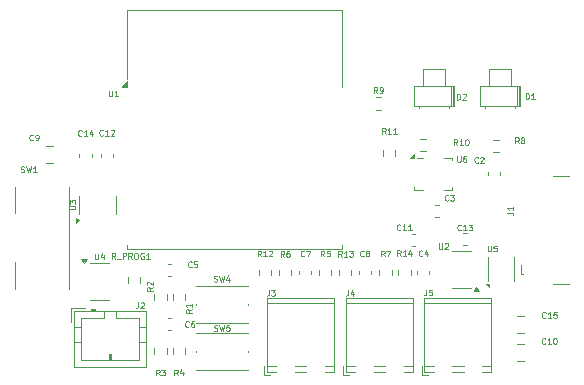
<source format=gbr>
%TF.GenerationSoftware,KiCad,Pcbnew,8.0.9-8.0.9-0~ubuntu22.04.1*%
%TF.CreationDate,2025-07-15T10:59:46-04:00*%
%TF.ProjectId,schematics,73636865-6d61-4746-9963-732e6b696361,rev?*%
%TF.SameCoordinates,Original*%
%TF.FileFunction,Legend,Top*%
%TF.FilePolarity,Positive*%
%FSLAX46Y46*%
G04 Gerber Fmt 4.6, Leading zero omitted, Abs format (unit mm)*
G04 Created by KiCad (PCBNEW 8.0.9-8.0.9-0~ubuntu22.04.1) date 2025-07-15 10:59:46*
%MOMM*%
%LPD*%
G01*
G04 APERTURE LIST*
%ADD10C,0.050000*%
%ADD11C,0.120000*%
%ADD12C,0.100000*%
G04 APERTURE END LIST*
D10*
X168116666Y-84581090D02*
X168092857Y-84604900D01*
X168092857Y-84604900D02*
X168021428Y-84628709D01*
X168021428Y-84628709D02*
X167973809Y-84628709D01*
X167973809Y-84628709D02*
X167902381Y-84604900D01*
X167902381Y-84604900D02*
X167854762Y-84557280D01*
X167854762Y-84557280D02*
X167830952Y-84509661D01*
X167830952Y-84509661D02*
X167807143Y-84414423D01*
X167807143Y-84414423D02*
X167807143Y-84342995D01*
X167807143Y-84342995D02*
X167830952Y-84247757D01*
X167830952Y-84247757D02*
X167854762Y-84200138D01*
X167854762Y-84200138D02*
X167902381Y-84152519D01*
X167902381Y-84152519D02*
X167973809Y-84128709D01*
X167973809Y-84128709D02*
X168021428Y-84128709D01*
X168021428Y-84128709D02*
X168092857Y-84152519D01*
X168092857Y-84152519D02*
X168116666Y-84176328D01*
X168283333Y-84128709D02*
X168592857Y-84128709D01*
X168592857Y-84128709D02*
X168426190Y-84319185D01*
X168426190Y-84319185D02*
X168497619Y-84319185D01*
X168497619Y-84319185D02*
X168545238Y-84342995D01*
X168545238Y-84342995D02*
X168569047Y-84366804D01*
X168569047Y-84366804D02*
X168592857Y-84414423D01*
X168592857Y-84414423D02*
X168592857Y-84533471D01*
X168592857Y-84533471D02*
X168569047Y-84581090D01*
X168569047Y-84581090D02*
X168545238Y-84604900D01*
X168545238Y-84604900D02*
X168497619Y-84628709D01*
X168497619Y-84628709D02*
X168354762Y-84628709D01*
X168354762Y-84628709D02*
X168307143Y-84604900D01*
X168307143Y-84604900D02*
X168283333Y-84581090D01*
X146378709Y-93833333D02*
X146140614Y-93999999D01*
X146378709Y-94119047D02*
X145878709Y-94119047D01*
X145878709Y-94119047D02*
X145878709Y-93928571D01*
X145878709Y-93928571D02*
X145902519Y-93880952D01*
X145902519Y-93880952D02*
X145926328Y-93857142D01*
X145926328Y-93857142D02*
X145973947Y-93833333D01*
X145973947Y-93833333D02*
X146045376Y-93833333D01*
X146045376Y-93833333D02*
X146092995Y-93857142D01*
X146092995Y-93857142D02*
X146116804Y-93880952D01*
X146116804Y-93880952D02*
X146140614Y-93928571D01*
X146140614Y-93928571D02*
X146140614Y-94119047D01*
X146378709Y-93357142D02*
X146378709Y-93642856D01*
X146378709Y-93499999D02*
X145878709Y-93499999D01*
X145878709Y-93499999D02*
X145950138Y-93547618D01*
X145950138Y-93547618D02*
X145997757Y-93595237D01*
X145997757Y-93595237D02*
X146021566Y-93642856D01*
X159103571Y-89378709D02*
X158936905Y-89140614D01*
X158817857Y-89378709D02*
X158817857Y-88878709D01*
X158817857Y-88878709D02*
X159008333Y-88878709D01*
X159008333Y-88878709D02*
X159055952Y-88902519D01*
X159055952Y-88902519D02*
X159079762Y-88926328D01*
X159079762Y-88926328D02*
X159103571Y-88973947D01*
X159103571Y-88973947D02*
X159103571Y-89045376D01*
X159103571Y-89045376D02*
X159079762Y-89092995D01*
X159079762Y-89092995D02*
X159055952Y-89116804D01*
X159055952Y-89116804D02*
X159008333Y-89140614D01*
X159008333Y-89140614D02*
X158817857Y-89140614D01*
X159579762Y-89378709D02*
X159294048Y-89378709D01*
X159436905Y-89378709D02*
X159436905Y-88878709D01*
X159436905Y-88878709D02*
X159389286Y-88950138D01*
X159389286Y-88950138D02*
X159341667Y-88997757D01*
X159341667Y-88997757D02*
X159294048Y-89021566D01*
X159746428Y-88878709D02*
X160055952Y-88878709D01*
X160055952Y-88878709D02*
X159889285Y-89069185D01*
X159889285Y-89069185D02*
X159960714Y-89069185D01*
X159960714Y-89069185D02*
X160008333Y-89092995D01*
X160008333Y-89092995D02*
X160032142Y-89116804D01*
X160032142Y-89116804D02*
X160055952Y-89164423D01*
X160055952Y-89164423D02*
X160055952Y-89283471D01*
X160055952Y-89283471D02*
X160032142Y-89331090D01*
X160032142Y-89331090D02*
X160008333Y-89354900D01*
X160008333Y-89354900D02*
X159960714Y-89378709D01*
X159960714Y-89378709D02*
X159817857Y-89378709D01*
X159817857Y-89378709D02*
X159770238Y-89354900D01*
X159770238Y-89354900D02*
X159746428Y-89331090D01*
X152933333Y-92178709D02*
X152933333Y-92535852D01*
X152933333Y-92535852D02*
X152909524Y-92607280D01*
X152909524Y-92607280D02*
X152861905Y-92654900D01*
X152861905Y-92654900D02*
X152790476Y-92678709D01*
X152790476Y-92678709D02*
X152742857Y-92678709D01*
X153123809Y-92178709D02*
X153433333Y-92178709D01*
X153433333Y-92178709D02*
X153266666Y-92369185D01*
X153266666Y-92369185D02*
X153338095Y-92369185D01*
X153338095Y-92369185D02*
X153385714Y-92392995D01*
X153385714Y-92392995D02*
X153409523Y-92416804D01*
X153409523Y-92416804D02*
X153433333Y-92464423D01*
X153433333Y-92464423D02*
X153433333Y-92583471D01*
X153433333Y-92583471D02*
X153409523Y-92631090D01*
X153409523Y-92631090D02*
X153385714Y-92654900D01*
X153385714Y-92654900D02*
X153338095Y-92678709D01*
X153338095Y-92678709D02*
X153195238Y-92678709D01*
X153195238Y-92678709D02*
X153147619Y-92654900D01*
X153147619Y-92654900D02*
X153123809Y-92631090D01*
X164053571Y-87081090D02*
X164029762Y-87104900D01*
X164029762Y-87104900D02*
X163958333Y-87128709D01*
X163958333Y-87128709D02*
X163910714Y-87128709D01*
X163910714Y-87128709D02*
X163839286Y-87104900D01*
X163839286Y-87104900D02*
X163791667Y-87057280D01*
X163791667Y-87057280D02*
X163767857Y-87009661D01*
X163767857Y-87009661D02*
X163744048Y-86914423D01*
X163744048Y-86914423D02*
X163744048Y-86842995D01*
X163744048Y-86842995D02*
X163767857Y-86747757D01*
X163767857Y-86747757D02*
X163791667Y-86700138D01*
X163791667Y-86700138D02*
X163839286Y-86652519D01*
X163839286Y-86652519D02*
X163910714Y-86628709D01*
X163910714Y-86628709D02*
X163958333Y-86628709D01*
X163958333Y-86628709D02*
X164029762Y-86652519D01*
X164029762Y-86652519D02*
X164053571Y-86676328D01*
X164529762Y-87128709D02*
X164244048Y-87128709D01*
X164386905Y-87128709D02*
X164386905Y-86628709D01*
X164386905Y-86628709D02*
X164339286Y-86700138D01*
X164339286Y-86700138D02*
X164291667Y-86747757D01*
X164291667Y-86747757D02*
X164244048Y-86771566D01*
X165005952Y-87128709D02*
X164720238Y-87128709D01*
X164863095Y-87128709D02*
X164863095Y-86628709D01*
X164863095Y-86628709D02*
X164815476Y-86700138D01*
X164815476Y-86700138D02*
X164767857Y-86747757D01*
X164767857Y-86747757D02*
X164720238Y-86771566D01*
X152278571Y-89353709D02*
X152111905Y-89115614D01*
X151992857Y-89353709D02*
X151992857Y-88853709D01*
X151992857Y-88853709D02*
X152183333Y-88853709D01*
X152183333Y-88853709D02*
X152230952Y-88877519D01*
X152230952Y-88877519D02*
X152254762Y-88901328D01*
X152254762Y-88901328D02*
X152278571Y-88948947D01*
X152278571Y-88948947D02*
X152278571Y-89020376D01*
X152278571Y-89020376D02*
X152254762Y-89067995D01*
X152254762Y-89067995D02*
X152230952Y-89091804D01*
X152230952Y-89091804D02*
X152183333Y-89115614D01*
X152183333Y-89115614D02*
X151992857Y-89115614D01*
X152754762Y-89353709D02*
X152469048Y-89353709D01*
X152611905Y-89353709D02*
X152611905Y-88853709D01*
X152611905Y-88853709D02*
X152564286Y-88925138D01*
X152564286Y-88925138D02*
X152516667Y-88972757D01*
X152516667Y-88972757D02*
X152469048Y-88996566D01*
X152945238Y-88901328D02*
X152969047Y-88877519D01*
X152969047Y-88877519D02*
X153016666Y-88853709D01*
X153016666Y-88853709D02*
X153135714Y-88853709D01*
X153135714Y-88853709D02*
X153183333Y-88877519D01*
X153183333Y-88877519D02*
X153207142Y-88901328D01*
X153207142Y-88901328D02*
X153230952Y-88948947D01*
X153230952Y-88948947D02*
X153230952Y-88996566D01*
X153230952Y-88996566D02*
X153207142Y-89067995D01*
X153207142Y-89067995D02*
X152921428Y-89353709D01*
X152921428Y-89353709D02*
X153230952Y-89353709D01*
X176328571Y-96706090D02*
X176304762Y-96729900D01*
X176304762Y-96729900D02*
X176233333Y-96753709D01*
X176233333Y-96753709D02*
X176185714Y-96753709D01*
X176185714Y-96753709D02*
X176114286Y-96729900D01*
X176114286Y-96729900D02*
X176066667Y-96682280D01*
X176066667Y-96682280D02*
X176042857Y-96634661D01*
X176042857Y-96634661D02*
X176019048Y-96539423D01*
X176019048Y-96539423D02*
X176019048Y-96467995D01*
X176019048Y-96467995D02*
X176042857Y-96372757D01*
X176042857Y-96372757D02*
X176066667Y-96325138D01*
X176066667Y-96325138D02*
X176114286Y-96277519D01*
X176114286Y-96277519D02*
X176185714Y-96253709D01*
X176185714Y-96253709D02*
X176233333Y-96253709D01*
X176233333Y-96253709D02*
X176304762Y-96277519D01*
X176304762Y-96277519D02*
X176328571Y-96301328D01*
X176804762Y-96753709D02*
X176519048Y-96753709D01*
X176661905Y-96753709D02*
X176661905Y-96253709D01*
X176661905Y-96253709D02*
X176614286Y-96325138D01*
X176614286Y-96325138D02*
X176566667Y-96372757D01*
X176566667Y-96372757D02*
X176519048Y-96396566D01*
X177114285Y-96253709D02*
X177161904Y-96253709D01*
X177161904Y-96253709D02*
X177209523Y-96277519D01*
X177209523Y-96277519D02*
X177233333Y-96301328D01*
X177233333Y-96301328D02*
X177257142Y-96348947D01*
X177257142Y-96348947D02*
X177280952Y-96444185D01*
X177280952Y-96444185D02*
X177280952Y-96563233D01*
X177280952Y-96563233D02*
X177257142Y-96658471D01*
X177257142Y-96658471D02*
X177233333Y-96706090D01*
X177233333Y-96706090D02*
X177209523Y-96729900D01*
X177209523Y-96729900D02*
X177161904Y-96753709D01*
X177161904Y-96753709D02*
X177114285Y-96753709D01*
X177114285Y-96753709D02*
X177066666Y-96729900D01*
X177066666Y-96729900D02*
X177042857Y-96706090D01*
X177042857Y-96706090D02*
X177019047Y-96658471D01*
X177019047Y-96658471D02*
X176995238Y-96563233D01*
X176995238Y-96563233D02*
X176995238Y-96444185D01*
X176995238Y-96444185D02*
X177019047Y-96348947D01*
X177019047Y-96348947D02*
X177042857Y-96301328D01*
X177042857Y-96301328D02*
X177066666Y-96277519D01*
X177066666Y-96277519D02*
X177114285Y-96253709D01*
X168878571Y-79928709D02*
X168711905Y-79690614D01*
X168592857Y-79928709D02*
X168592857Y-79428709D01*
X168592857Y-79428709D02*
X168783333Y-79428709D01*
X168783333Y-79428709D02*
X168830952Y-79452519D01*
X168830952Y-79452519D02*
X168854762Y-79476328D01*
X168854762Y-79476328D02*
X168878571Y-79523947D01*
X168878571Y-79523947D02*
X168878571Y-79595376D01*
X168878571Y-79595376D02*
X168854762Y-79642995D01*
X168854762Y-79642995D02*
X168830952Y-79666804D01*
X168830952Y-79666804D02*
X168783333Y-79690614D01*
X168783333Y-79690614D02*
X168592857Y-79690614D01*
X169354762Y-79928709D02*
X169069048Y-79928709D01*
X169211905Y-79928709D02*
X169211905Y-79428709D01*
X169211905Y-79428709D02*
X169164286Y-79500138D01*
X169164286Y-79500138D02*
X169116667Y-79547757D01*
X169116667Y-79547757D02*
X169069048Y-79571566D01*
X169664285Y-79428709D02*
X169711904Y-79428709D01*
X169711904Y-79428709D02*
X169759523Y-79452519D01*
X169759523Y-79452519D02*
X169783333Y-79476328D01*
X169783333Y-79476328D02*
X169807142Y-79523947D01*
X169807142Y-79523947D02*
X169830952Y-79619185D01*
X169830952Y-79619185D02*
X169830952Y-79738233D01*
X169830952Y-79738233D02*
X169807142Y-79833471D01*
X169807142Y-79833471D02*
X169783333Y-79881090D01*
X169783333Y-79881090D02*
X169759523Y-79904900D01*
X169759523Y-79904900D02*
X169711904Y-79928709D01*
X169711904Y-79928709D02*
X169664285Y-79928709D01*
X169664285Y-79928709D02*
X169616666Y-79904900D01*
X169616666Y-79904900D02*
X169592857Y-79881090D01*
X169592857Y-79881090D02*
X169569047Y-79833471D01*
X169569047Y-79833471D02*
X169545238Y-79738233D01*
X169545238Y-79738233D02*
X169545238Y-79619185D01*
X169545238Y-79619185D02*
X169569047Y-79523947D01*
X169569047Y-79523947D02*
X169592857Y-79476328D01*
X169592857Y-79476328D02*
X169616666Y-79452519D01*
X169616666Y-79452519D02*
X169664285Y-79428709D01*
X148283334Y-95629900D02*
X148354762Y-95653709D01*
X148354762Y-95653709D02*
X148473810Y-95653709D01*
X148473810Y-95653709D02*
X148521429Y-95629900D01*
X148521429Y-95629900D02*
X148545238Y-95606090D01*
X148545238Y-95606090D02*
X148569048Y-95558471D01*
X148569048Y-95558471D02*
X148569048Y-95510852D01*
X148569048Y-95510852D02*
X148545238Y-95463233D01*
X148545238Y-95463233D02*
X148521429Y-95439423D01*
X148521429Y-95439423D02*
X148473810Y-95415614D01*
X148473810Y-95415614D02*
X148378572Y-95391804D01*
X148378572Y-95391804D02*
X148330953Y-95367995D01*
X148330953Y-95367995D02*
X148307143Y-95344185D01*
X148307143Y-95344185D02*
X148283334Y-95296566D01*
X148283334Y-95296566D02*
X148283334Y-95248947D01*
X148283334Y-95248947D02*
X148307143Y-95201328D01*
X148307143Y-95201328D02*
X148330953Y-95177519D01*
X148330953Y-95177519D02*
X148378572Y-95153709D01*
X148378572Y-95153709D02*
X148497619Y-95153709D01*
X148497619Y-95153709D02*
X148569048Y-95177519D01*
X148735714Y-95153709D02*
X148854762Y-95653709D01*
X148854762Y-95653709D02*
X148950000Y-95296566D01*
X148950000Y-95296566D02*
X149045238Y-95653709D01*
X149045238Y-95653709D02*
X149164286Y-95153709D01*
X149592857Y-95153709D02*
X149354762Y-95153709D01*
X149354762Y-95153709D02*
X149330953Y-95391804D01*
X149330953Y-95391804D02*
X149354762Y-95367995D01*
X149354762Y-95367995D02*
X149402381Y-95344185D01*
X149402381Y-95344185D02*
X149521429Y-95344185D01*
X149521429Y-95344185D02*
X149569048Y-95367995D01*
X149569048Y-95367995D02*
X149592857Y-95391804D01*
X149592857Y-95391804D02*
X149616667Y-95439423D01*
X149616667Y-95439423D02*
X149616667Y-95558471D01*
X149616667Y-95558471D02*
X149592857Y-95606090D01*
X149592857Y-95606090D02*
X149569048Y-95629900D01*
X149569048Y-95629900D02*
X149521429Y-95653709D01*
X149521429Y-95653709D02*
X149402381Y-95653709D01*
X149402381Y-95653709D02*
X149354762Y-95629900D01*
X149354762Y-95629900D02*
X149330953Y-95606090D01*
X165916666Y-89281090D02*
X165892857Y-89304900D01*
X165892857Y-89304900D02*
X165821428Y-89328709D01*
X165821428Y-89328709D02*
X165773809Y-89328709D01*
X165773809Y-89328709D02*
X165702381Y-89304900D01*
X165702381Y-89304900D02*
X165654762Y-89257280D01*
X165654762Y-89257280D02*
X165630952Y-89209661D01*
X165630952Y-89209661D02*
X165607143Y-89114423D01*
X165607143Y-89114423D02*
X165607143Y-89042995D01*
X165607143Y-89042995D02*
X165630952Y-88947757D01*
X165630952Y-88947757D02*
X165654762Y-88900138D01*
X165654762Y-88900138D02*
X165702381Y-88852519D01*
X165702381Y-88852519D02*
X165773809Y-88828709D01*
X165773809Y-88828709D02*
X165821428Y-88828709D01*
X165821428Y-88828709D02*
X165892857Y-88852519D01*
X165892857Y-88852519D02*
X165916666Y-88876328D01*
X166345238Y-88995376D02*
X166345238Y-89328709D01*
X166226190Y-88804900D02*
X166107143Y-89162042D01*
X166107143Y-89162042D02*
X166416666Y-89162042D01*
X138878571Y-79081090D02*
X138854762Y-79104900D01*
X138854762Y-79104900D02*
X138783333Y-79128709D01*
X138783333Y-79128709D02*
X138735714Y-79128709D01*
X138735714Y-79128709D02*
X138664286Y-79104900D01*
X138664286Y-79104900D02*
X138616667Y-79057280D01*
X138616667Y-79057280D02*
X138592857Y-79009661D01*
X138592857Y-79009661D02*
X138569048Y-78914423D01*
X138569048Y-78914423D02*
X138569048Y-78842995D01*
X138569048Y-78842995D02*
X138592857Y-78747757D01*
X138592857Y-78747757D02*
X138616667Y-78700138D01*
X138616667Y-78700138D02*
X138664286Y-78652519D01*
X138664286Y-78652519D02*
X138735714Y-78628709D01*
X138735714Y-78628709D02*
X138783333Y-78628709D01*
X138783333Y-78628709D02*
X138854762Y-78652519D01*
X138854762Y-78652519D02*
X138878571Y-78676328D01*
X139354762Y-79128709D02*
X139069048Y-79128709D01*
X139211905Y-79128709D02*
X139211905Y-78628709D01*
X139211905Y-78628709D02*
X139164286Y-78700138D01*
X139164286Y-78700138D02*
X139116667Y-78747757D01*
X139116667Y-78747757D02*
X139069048Y-78771566D01*
X139545238Y-78676328D02*
X139569047Y-78652519D01*
X139569047Y-78652519D02*
X139616666Y-78628709D01*
X139616666Y-78628709D02*
X139735714Y-78628709D01*
X139735714Y-78628709D02*
X139783333Y-78652519D01*
X139783333Y-78652519D02*
X139807142Y-78676328D01*
X139807142Y-78676328D02*
X139830952Y-78723947D01*
X139830952Y-78723947D02*
X139830952Y-78771566D01*
X139830952Y-78771566D02*
X139807142Y-78842995D01*
X139807142Y-78842995D02*
X139521428Y-79128709D01*
X139521428Y-79128709D02*
X139830952Y-79128709D01*
X174091666Y-79778709D02*
X173925000Y-79540614D01*
X173805952Y-79778709D02*
X173805952Y-79278709D01*
X173805952Y-79278709D02*
X173996428Y-79278709D01*
X173996428Y-79278709D02*
X174044047Y-79302519D01*
X174044047Y-79302519D02*
X174067857Y-79326328D01*
X174067857Y-79326328D02*
X174091666Y-79373947D01*
X174091666Y-79373947D02*
X174091666Y-79445376D01*
X174091666Y-79445376D02*
X174067857Y-79492995D01*
X174067857Y-79492995D02*
X174044047Y-79516804D01*
X174044047Y-79516804D02*
X173996428Y-79540614D01*
X173996428Y-79540614D02*
X173805952Y-79540614D01*
X174377381Y-79492995D02*
X174329762Y-79469185D01*
X174329762Y-79469185D02*
X174305952Y-79445376D01*
X174305952Y-79445376D02*
X174282143Y-79397757D01*
X174282143Y-79397757D02*
X174282143Y-79373947D01*
X174282143Y-79373947D02*
X174305952Y-79326328D01*
X174305952Y-79326328D02*
X174329762Y-79302519D01*
X174329762Y-79302519D02*
X174377381Y-79278709D01*
X174377381Y-79278709D02*
X174472619Y-79278709D01*
X174472619Y-79278709D02*
X174520238Y-79302519D01*
X174520238Y-79302519D02*
X174544047Y-79326328D01*
X174544047Y-79326328D02*
X174567857Y-79373947D01*
X174567857Y-79373947D02*
X174567857Y-79397757D01*
X174567857Y-79397757D02*
X174544047Y-79445376D01*
X174544047Y-79445376D02*
X174520238Y-79469185D01*
X174520238Y-79469185D02*
X174472619Y-79492995D01*
X174472619Y-79492995D02*
X174377381Y-79492995D01*
X174377381Y-79492995D02*
X174329762Y-79516804D01*
X174329762Y-79516804D02*
X174305952Y-79540614D01*
X174305952Y-79540614D02*
X174282143Y-79588233D01*
X174282143Y-79588233D02*
X174282143Y-79683471D01*
X174282143Y-79683471D02*
X174305952Y-79731090D01*
X174305952Y-79731090D02*
X174329762Y-79754900D01*
X174329762Y-79754900D02*
X174377381Y-79778709D01*
X174377381Y-79778709D02*
X174472619Y-79778709D01*
X174472619Y-79778709D02*
X174520238Y-79754900D01*
X174520238Y-79754900D02*
X174544047Y-79731090D01*
X174544047Y-79731090D02*
X174567857Y-79683471D01*
X174567857Y-79683471D02*
X174567857Y-79588233D01*
X174567857Y-79588233D02*
X174544047Y-79540614D01*
X174544047Y-79540614D02*
X174520238Y-79516804D01*
X174520238Y-79516804D02*
X174472619Y-79492995D01*
X173128709Y-85641666D02*
X173485852Y-85641666D01*
X173485852Y-85641666D02*
X173557280Y-85665475D01*
X173557280Y-85665475D02*
X173604900Y-85713094D01*
X173604900Y-85713094D02*
X173628709Y-85784523D01*
X173628709Y-85784523D02*
X173628709Y-85832142D01*
X173628709Y-85141666D02*
X173628709Y-85427380D01*
X173628709Y-85284523D02*
X173128709Y-85284523D01*
X173128709Y-85284523D02*
X173200138Y-85332142D01*
X173200138Y-85332142D02*
X173247757Y-85379761D01*
X173247757Y-85379761D02*
X173271566Y-85427380D01*
X154216666Y-89378709D02*
X154050000Y-89140614D01*
X153930952Y-89378709D02*
X153930952Y-88878709D01*
X153930952Y-88878709D02*
X154121428Y-88878709D01*
X154121428Y-88878709D02*
X154169047Y-88902519D01*
X154169047Y-88902519D02*
X154192857Y-88926328D01*
X154192857Y-88926328D02*
X154216666Y-88973947D01*
X154216666Y-88973947D02*
X154216666Y-89045376D01*
X154216666Y-89045376D02*
X154192857Y-89092995D01*
X154192857Y-89092995D02*
X154169047Y-89116804D01*
X154169047Y-89116804D02*
X154121428Y-89140614D01*
X154121428Y-89140614D02*
X153930952Y-89140614D01*
X154645238Y-88878709D02*
X154550000Y-88878709D01*
X154550000Y-88878709D02*
X154502381Y-88902519D01*
X154502381Y-88902519D02*
X154478571Y-88926328D01*
X154478571Y-88926328D02*
X154430952Y-88997757D01*
X154430952Y-88997757D02*
X154407143Y-89092995D01*
X154407143Y-89092995D02*
X154407143Y-89283471D01*
X154407143Y-89283471D02*
X154430952Y-89331090D01*
X154430952Y-89331090D02*
X154454762Y-89354900D01*
X154454762Y-89354900D02*
X154502381Y-89378709D01*
X154502381Y-89378709D02*
X154597619Y-89378709D01*
X154597619Y-89378709D02*
X154645238Y-89354900D01*
X154645238Y-89354900D02*
X154669047Y-89331090D01*
X154669047Y-89331090D02*
X154692857Y-89283471D01*
X154692857Y-89283471D02*
X154692857Y-89164423D01*
X154692857Y-89164423D02*
X154669047Y-89116804D01*
X154669047Y-89116804D02*
X154645238Y-89092995D01*
X154645238Y-89092995D02*
X154597619Y-89069185D01*
X154597619Y-89069185D02*
X154502381Y-89069185D01*
X154502381Y-89069185D02*
X154454762Y-89092995D01*
X154454762Y-89092995D02*
X154430952Y-89116804D01*
X154430952Y-89116804D02*
X154407143Y-89164423D01*
X171444047Y-88428709D02*
X171444047Y-88833471D01*
X171444047Y-88833471D02*
X171467857Y-88881090D01*
X171467857Y-88881090D02*
X171491666Y-88904900D01*
X171491666Y-88904900D02*
X171539285Y-88928709D01*
X171539285Y-88928709D02*
X171634523Y-88928709D01*
X171634523Y-88928709D02*
X171682142Y-88904900D01*
X171682142Y-88904900D02*
X171705952Y-88881090D01*
X171705952Y-88881090D02*
X171729761Y-88833471D01*
X171729761Y-88833471D02*
X171729761Y-88428709D01*
X172205952Y-88428709D02*
X171967857Y-88428709D01*
X171967857Y-88428709D02*
X171944048Y-88666804D01*
X171944048Y-88666804D02*
X171967857Y-88642995D01*
X171967857Y-88642995D02*
X172015476Y-88619185D01*
X172015476Y-88619185D02*
X172134524Y-88619185D01*
X172134524Y-88619185D02*
X172182143Y-88642995D01*
X172182143Y-88642995D02*
X172205952Y-88666804D01*
X172205952Y-88666804D02*
X172229762Y-88714423D01*
X172229762Y-88714423D02*
X172229762Y-88833471D01*
X172229762Y-88833471D02*
X172205952Y-88881090D01*
X172205952Y-88881090D02*
X172182143Y-88904900D01*
X172182143Y-88904900D02*
X172134524Y-88928709D01*
X172134524Y-88928709D02*
X172015476Y-88928709D01*
X172015476Y-88928709D02*
X171967857Y-88904900D01*
X171967857Y-88904900D02*
X171944048Y-88881090D01*
X162803571Y-78978709D02*
X162636905Y-78740614D01*
X162517857Y-78978709D02*
X162517857Y-78478709D01*
X162517857Y-78478709D02*
X162708333Y-78478709D01*
X162708333Y-78478709D02*
X162755952Y-78502519D01*
X162755952Y-78502519D02*
X162779762Y-78526328D01*
X162779762Y-78526328D02*
X162803571Y-78573947D01*
X162803571Y-78573947D02*
X162803571Y-78645376D01*
X162803571Y-78645376D02*
X162779762Y-78692995D01*
X162779762Y-78692995D02*
X162755952Y-78716804D01*
X162755952Y-78716804D02*
X162708333Y-78740614D01*
X162708333Y-78740614D02*
X162517857Y-78740614D01*
X163279762Y-78978709D02*
X162994048Y-78978709D01*
X163136905Y-78978709D02*
X163136905Y-78478709D01*
X163136905Y-78478709D02*
X163089286Y-78550138D01*
X163089286Y-78550138D02*
X163041667Y-78597757D01*
X163041667Y-78597757D02*
X162994048Y-78621566D01*
X163755952Y-78978709D02*
X163470238Y-78978709D01*
X163613095Y-78978709D02*
X163613095Y-78478709D01*
X163613095Y-78478709D02*
X163565476Y-78550138D01*
X163565476Y-78550138D02*
X163517857Y-78597757D01*
X163517857Y-78597757D02*
X163470238Y-78621566D01*
X136053709Y-85368452D02*
X136458471Y-85368452D01*
X136458471Y-85368452D02*
X136506090Y-85344642D01*
X136506090Y-85344642D02*
X136529900Y-85320833D01*
X136529900Y-85320833D02*
X136553709Y-85273214D01*
X136553709Y-85273214D02*
X136553709Y-85177976D01*
X136553709Y-85177976D02*
X136529900Y-85130357D01*
X136529900Y-85130357D02*
X136506090Y-85106547D01*
X136506090Y-85106547D02*
X136458471Y-85082738D01*
X136458471Y-85082738D02*
X136053709Y-85082738D01*
X136053709Y-84892261D02*
X136053709Y-84582737D01*
X136053709Y-84582737D02*
X136244185Y-84749404D01*
X136244185Y-84749404D02*
X136244185Y-84677975D01*
X136244185Y-84677975D02*
X136267995Y-84630356D01*
X136267995Y-84630356D02*
X136291804Y-84606547D01*
X136291804Y-84606547D02*
X136339423Y-84582737D01*
X136339423Y-84582737D02*
X136458471Y-84582737D01*
X136458471Y-84582737D02*
X136506090Y-84606547D01*
X136506090Y-84606547D02*
X136529900Y-84630356D01*
X136529900Y-84630356D02*
X136553709Y-84677975D01*
X136553709Y-84677975D02*
X136553709Y-84820832D01*
X136553709Y-84820832D02*
X136529900Y-84868451D01*
X136529900Y-84868451D02*
X136506090Y-84892261D01*
X169203571Y-87106090D02*
X169179762Y-87129900D01*
X169179762Y-87129900D02*
X169108333Y-87153709D01*
X169108333Y-87153709D02*
X169060714Y-87153709D01*
X169060714Y-87153709D02*
X168989286Y-87129900D01*
X168989286Y-87129900D02*
X168941667Y-87082280D01*
X168941667Y-87082280D02*
X168917857Y-87034661D01*
X168917857Y-87034661D02*
X168894048Y-86939423D01*
X168894048Y-86939423D02*
X168894048Y-86867995D01*
X168894048Y-86867995D02*
X168917857Y-86772757D01*
X168917857Y-86772757D02*
X168941667Y-86725138D01*
X168941667Y-86725138D02*
X168989286Y-86677519D01*
X168989286Y-86677519D02*
X169060714Y-86653709D01*
X169060714Y-86653709D02*
X169108333Y-86653709D01*
X169108333Y-86653709D02*
X169179762Y-86677519D01*
X169179762Y-86677519D02*
X169203571Y-86701328D01*
X169679762Y-87153709D02*
X169394048Y-87153709D01*
X169536905Y-87153709D02*
X169536905Y-86653709D01*
X169536905Y-86653709D02*
X169489286Y-86725138D01*
X169489286Y-86725138D02*
X169441667Y-86772757D01*
X169441667Y-86772757D02*
X169394048Y-86796566D01*
X169846428Y-86653709D02*
X170155952Y-86653709D01*
X170155952Y-86653709D02*
X169989285Y-86844185D01*
X169989285Y-86844185D02*
X170060714Y-86844185D01*
X170060714Y-86844185D02*
X170108333Y-86867995D01*
X170108333Y-86867995D02*
X170132142Y-86891804D01*
X170132142Y-86891804D02*
X170155952Y-86939423D01*
X170155952Y-86939423D02*
X170155952Y-87058471D01*
X170155952Y-87058471D02*
X170132142Y-87106090D01*
X170132142Y-87106090D02*
X170108333Y-87129900D01*
X170108333Y-87129900D02*
X170060714Y-87153709D01*
X170060714Y-87153709D02*
X169917857Y-87153709D01*
X169917857Y-87153709D02*
X169870238Y-87129900D01*
X169870238Y-87129900D02*
X169846428Y-87106090D01*
X166258333Y-92153709D02*
X166258333Y-92510852D01*
X166258333Y-92510852D02*
X166234524Y-92582280D01*
X166234524Y-92582280D02*
X166186905Y-92629900D01*
X166186905Y-92629900D02*
X166115476Y-92653709D01*
X166115476Y-92653709D02*
X166067857Y-92653709D01*
X166734523Y-92153709D02*
X166496428Y-92153709D01*
X166496428Y-92153709D02*
X166472619Y-92391804D01*
X166472619Y-92391804D02*
X166496428Y-92367995D01*
X166496428Y-92367995D02*
X166544047Y-92344185D01*
X166544047Y-92344185D02*
X166663095Y-92344185D01*
X166663095Y-92344185D02*
X166710714Y-92367995D01*
X166710714Y-92367995D02*
X166734523Y-92391804D01*
X166734523Y-92391804D02*
X166758333Y-92439423D01*
X166758333Y-92439423D02*
X166758333Y-92558471D01*
X166758333Y-92558471D02*
X166734523Y-92606090D01*
X166734523Y-92606090D02*
X166710714Y-92629900D01*
X166710714Y-92629900D02*
X166663095Y-92653709D01*
X166663095Y-92653709D02*
X166544047Y-92653709D01*
X166544047Y-92653709D02*
X166496428Y-92629900D01*
X166496428Y-92629900D02*
X166472619Y-92606090D01*
X167319047Y-88228709D02*
X167319047Y-88633471D01*
X167319047Y-88633471D02*
X167342857Y-88681090D01*
X167342857Y-88681090D02*
X167366666Y-88704900D01*
X167366666Y-88704900D02*
X167414285Y-88728709D01*
X167414285Y-88728709D02*
X167509523Y-88728709D01*
X167509523Y-88728709D02*
X167557142Y-88704900D01*
X167557142Y-88704900D02*
X167580952Y-88681090D01*
X167580952Y-88681090D02*
X167604761Y-88633471D01*
X167604761Y-88633471D02*
X167604761Y-88228709D01*
X167819048Y-88276328D02*
X167842857Y-88252519D01*
X167842857Y-88252519D02*
X167890476Y-88228709D01*
X167890476Y-88228709D02*
X168009524Y-88228709D01*
X168009524Y-88228709D02*
X168057143Y-88252519D01*
X168057143Y-88252519D02*
X168080952Y-88276328D01*
X168080952Y-88276328D02*
X168104762Y-88323947D01*
X168104762Y-88323947D02*
X168104762Y-88371566D01*
X168104762Y-88371566D02*
X168080952Y-88442995D01*
X168080952Y-88442995D02*
X167795238Y-88728709D01*
X167795238Y-88728709D02*
X168104762Y-88728709D01*
X132966666Y-79481090D02*
X132942857Y-79504900D01*
X132942857Y-79504900D02*
X132871428Y-79528709D01*
X132871428Y-79528709D02*
X132823809Y-79528709D01*
X132823809Y-79528709D02*
X132752381Y-79504900D01*
X132752381Y-79504900D02*
X132704762Y-79457280D01*
X132704762Y-79457280D02*
X132680952Y-79409661D01*
X132680952Y-79409661D02*
X132657143Y-79314423D01*
X132657143Y-79314423D02*
X132657143Y-79242995D01*
X132657143Y-79242995D02*
X132680952Y-79147757D01*
X132680952Y-79147757D02*
X132704762Y-79100138D01*
X132704762Y-79100138D02*
X132752381Y-79052519D01*
X132752381Y-79052519D02*
X132823809Y-79028709D01*
X132823809Y-79028709D02*
X132871428Y-79028709D01*
X132871428Y-79028709D02*
X132942857Y-79052519D01*
X132942857Y-79052519D02*
X132966666Y-79076328D01*
X133204762Y-79528709D02*
X133300000Y-79528709D01*
X133300000Y-79528709D02*
X133347619Y-79504900D01*
X133347619Y-79504900D02*
X133371428Y-79481090D01*
X133371428Y-79481090D02*
X133419047Y-79409661D01*
X133419047Y-79409661D02*
X133442857Y-79314423D01*
X133442857Y-79314423D02*
X133442857Y-79123947D01*
X133442857Y-79123947D02*
X133419047Y-79076328D01*
X133419047Y-79076328D02*
X133395238Y-79052519D01*
X133395238Y-79052519D02*
X133347619Y-79028709D01*
X133347619Y-79028709D02*
X133252381Y-79028709D01*
X133252381Y-79028709D02*
X133204762Y-79052519D01*
X133204762Y-79052519D02*
X133180952Y-79076328D01*
X133180952Y-79076328D02*
X133157143Y-79123947D01*
X133157143Y-79123947D02*
X133157143Y-79242995D01*
X133157143Y-79242995D02*
X133180952Y-79290614D01*
X133180952Y-79290614D02*
X133204762Y-79314423D01*
X133204762Y-79314423D02*
X133252381Y-79338233D01*
X133252381Y-79338233D02*
X133347619Y-79338233D01*
X133347619Y-79338233D02*
X133395238Y-79314423D01*
X133395238Y-79314423D02*
X133419047Y-79290614D01*
X133419047Y-79290614D02*
X133442857Y-79242995D01*
X146391666Y-90231090D02*
X146367857Y-90254900D01*
X146367857Y-90254900D02*
X146296428Y-90278709D01*
X146296428Y-90278709D02*
X146248809Y-90278709D01*
X146248809Y-90278709D02*
X146177381Y-90254900D01*
X146177381Y-90254900D02*
X146129762Y-90207280D01*
X146129762Y-90207280D02*
X146105952Y-90159661D01*
X146105952Y-90159661D02*
X146082143Y-90064423D01*
X146082143Y-90064423D02*
X146082143Y-89992995D01*
X146082143Y-89992995D02*
X146105952Y-89897757D01*
X146105952Y-89897757D02*
X146129762Y-89850138D01*
X146129762Y-89850138D02*
X146177381Y-89802519D01*
X146177381Y-89802519D02*
X146248809Y-89778709D01*
X146248809Y-89778709D02*
X146296428Y-89778709D01*
X146296428Y-89778709D02*
X146367857Y-89802519D01*
X146367857Y-89802519D02*
X146391666Y-89826328D01*
X146844047Y-89778709D02*
X146605952Y-89778709D01*
X146605952Y-89778709D02*
X146582143Y-90016804D01*
X146582143Y-90016804D02*
X146605952Y-89992995D01*
X146605952Y-89992995D02*
X146653571Y-89969185D01*
X146653571Y-89969185D02*
X146772619Y-89969185D01*
X146772619Y-89969185D02*
X146820238Y-89992995D01*
X146820238Y-89992995D02*
X146844047Y-90016804D01*
X146844047Y-90016804D02*
X146867857Y-90064423D01*
X146867857Y-90064423D02*
X146867857Y-90183471D01*
X146867857Y-90183471D02*
X146844047Y-90231090D01*
X146844047Y-90231090D02*
X146820238Y-90254900D01*
X146820238Y-90254900D02*
X146772619Y-90278709D01*
X146772619Y-90278709D02*
X146653571Y-90278709D01*
X146653571Y-90278709D02*
X146605952Y-90254900D01*
X146605952Y-90254900D02*
X146582143Y-90231090D01*
X159633333Y-92178709D02*
X159633333Y-92535852D01*
X159633333Y-92535852D02*
X159609524Y-92607280D01*
X159609524Y-92607280D02*
X159561905Y-92654900D01*
X159561905Y-92654900D02*
X159490476Y-92678709D01*
X159490476Y-92678709D02*
X159442857Y-92678709D01*
X160085714Y-92345376D02*
X160085714Y-92678709D01*
X159966666Y-92154900D02*
X159847619Y-92512042D01*
X159847619Y-92512042D02*
X160157142Y-92512042D01*
X145216666Y-99428709D02*
X145050000Y-99190614D01*
X144930952Y-99428709D02*
X144930952Y-98928709D01*
X144930952Y-98928709D02*
X145121428Y-98928709D01*
X145121428Y-98928709D02*
X145169047Y-98952519D01*
X145169047Y-98952519D02*
X145192857Y-98976328D01*
X145192857Y-98976328D02*
X145216666Y-99023947D01*
X145216666Y-99023947D02*
X145216666Y-99095376D01*
X145216666Y-99095376D02*
X145192857Y-99142995D01*
X145192857Y-99142995D02*
X145169047Y-99166804D01*
X145169047Y-99166804D02*
X145121428Y-99190614D01*
X145121428Y-99190614D02*
X144930952Y-99190614D01*
X145645238Y-99095376D02*
X145645238Y-99428709D01*
X145526190Y-98904900D02*
X145407143Y-99262042D01*
X145407143Y-99262042D02*
X145716666Y-99262042D01*
X160966666Y-89306090D02*
X160942857Y-89329900D01*
X160942857Y-89329900D02*
X160871428Y-89353709D01*
X160871428Y-89353709D02*
X160823809Y-89353709D01*
X160823809Y-89353709D02*
X160752381Y-89329900D01*
X160752381Y-89329900D02*
X160704762Y-89282280D01*
X160704762Y-89282280D02*
X160680952Y-89234661D01*
X160680952Y-89234661D02*
X160657143Y-89139423D01*
X160657143Y-89139423D02*
X160657143Y-89067995D01*
X160657143Y-89067995D02*
X160680952Y-88972757D01*
X160680952Y-88972757D02*
X160704762Y-88925138D01*
X160704762Y-88925138D02*
X160752381Y-88877519D01*
X160752381Y-88877519D02*
X160823809Y-88853709D01*
X160823809Y-88853709D02*
X160871428Y-88853709D01*
X160871428Y-88853709D02*
X160942857Y-88877519D01*
X160942857Y-88877519D02*
X160966666Y-88901328D01*
X161252381Y-89067995D02*
X161204762Y-89044185D01*
X161204762Y-89044185D02*
X161180952Y-89020376D01*
X161180952Y-89020376D02*
X161157143Y-88972757D01*
X161157143Y-88972757D02*
X161157143Y-88948947D01*
X161157143Y-88948947D02*
X161180952Y-88901328D01*
X161180952Y-88901328D02*
X161204762Y-88877519D01*
X161204762Y-88877519D02*
X161252381Y-88853709D01*
X161252381Y-88853709D02*
X161347619Y-88853709D01*
X161347619Y-88853709D02*
X161395238Y-88877519D01*
X161395238Y-88877519D02*
X161419047Y-88901328D01*
X161419047Y-88901328D02*
X161442857Y-88948947D01*
X161442857Y-88948947D02*
X161442857Y-88972757D01*
X161442857Y-88972757D02*
X161419047Y-89020376D01*
X161419047Y-89020376D02*
X161395238Y-89044185D01*
X161395238Y-89044185D02*
X161347619Y-89067995D01*
X161347619Y-89067995D02*
X161252381Y-89067995D01*
X161252381Y-89067995D02*
X161204762Y-89091804D01*
X161204762Y-89091804D02*
X161180952Y-89115614D01*
X161180952Y-89115614D02*
X161157143Y-89163233D01*
X161157143Y-89163233D02*
X161157143Y-89258471D01*
X161157143Y-89258471D02*
X161180952Y-89306090D01*
X161180952Y-89306090D02*
X161204762Y-89329900D01*
X161204762Y-89329900D02*
X161252381Y-89353709D01*
X161252381Y-89353709D02*
X161347619Y-89353709D01*
X161347619Y-89353709D02*
X161395238Y-89329900D01*
X161395238Y-89329900D02*
X161419047Y-89306090D01*
X161419047Y-89306090D02*
X161442857Y-89258471D01*
X161442857Y-89258471D02*
X161442857Y-89163233D01*
X161442857Y-89163233D02*
X161419047Y-89115614D01*
X161419047Y-89115614D02*
X161395238Y-89091804D01*
X161395238Y-89091804D02*
X161347619Y-89067995D01*
X148283334Y-91454900D02*
X148354762Y-91478709D01*
X148354762Y-91478709D02*
X148473810Y-91478709D01*
X148473810Y-91478709D02*
X148521429Y-91454900D01*
X148521429Y-91454900D02*
X148545238Y-91431090D01*
X148545238Y-91431090D02*
X148569048Y-91383471D01*
X148569048Y-91383471D02*
X148569048Y-91335852D01*
X148569048Y-91335852D02*
X148545238Y-91288233D01*
X148545238Y-91288233D02*
X148521429Y-91264423D01*
X148521429Y-91264423D02*
X148473810Y-91240614D01*
X148473810Y-91240614D02*
X148378572Y-91216804D01*
X148378572Y-91216804D02*
X148330953Y-91192995D01*
X148330953Y-91192995D02*
X148307143Y-91169185D01*
X148307143Y-91169185D02*
X148283334Y-91121566D01*
X148283334Y-91121566D02*
X148283334Y-91073947D01*
X148283334Y-91073947D02*
X148307143Y-91026328D01*
X148307143Y-91026328D02*
X148330953Y-91002519D01*
X148330953Y-91002519D02*
X148378572Y-90978709D01*
X148378572Y-90978709D02*
X148497619Y-90978709D01*
X148497619Y-90978709D02*
X148569048Y-91002519D01*
X148735714Y-90978709D02*
X148854762Y-91478709D01*
X148854762Y-91478709D02*
X148950000Y-91121566D01*
X148950000Y-91121566D02*
X149045238Y-91478709D01*
X149045238Y-91478709D02*
X149164286Y-90978709D01*
X149569048Y-91145376D02*
X149569048Y-91478709D01*
X149450000Y-90954900D02*
X149330953Y-91312042D01*
X149330953Y-91312042D02*
X149640476Y-91312042D01*
X139939285Y-89553709D02*
X139772619Y-89315614D01*
X139653571Y-89553709D02*
X139653571Y-89053709D01*
X139653571Y-89053709D02*
X139844047Y-89053709D01*
X139844047Y-89053709D02*
X139891666Y-89077519D01*
X139891666Y-89077519D02*
X139915476Y-89101328D01*
X139915476Y-89101328D02*
X139939285Y-89148947D01*
X139939285Y-89148947D02*
X139939285Y-89220376D01*
X139939285Y-89220376D02*
X139915476Y-89267995D01*
X139915476Y-89267995D02*
X139891666Y-89291804D01*
X139891666Y-89291804D02*
X139844047Y-89315614D01*
X139844047Y-89315614D02*
X139653571Y-89315614D01*
X140034524Y-89601328D02*
X140415476Y-89601328D01*
X140534523Y-89553709D02*
X140534523Y-89053709D01*
X140534523Y-89053709D02*
X140724999Y-89053709D01*
X140724999Y-89053709D02*
X140772618Y-89077519D01*
X140772618Y-89077519D02*
X140796428Y-89101328D01*
X140796428Y-89101328D02*
X140820237Y-89148947D01*
X140820237Y-89148947D02*
X140820237Y-89220376D01*
X140820237Y-89220376D02*
X140796428Y-89267995D01*
X140796428Y-89267995D02*
X140772618Y-89291804D01*
X140772618Y-89291804D02*
X140724999Y-89315614D01*
X140724999Y-89315614D02*
X140534523Y-89315614D01*
X141320237Y-89553709D02*
X141153571Y-89315614D01*
X141034523Y-89553709D02*
X141034523Y-89053709D01*
X141034523Y-89053709D02*
X141224999Y-89053709D01*
X141224999Y-89053709D02*
X141272618Y-89077519D01*
X141272618Y-89077519D02*
X141296428Y-89101328D01*
X141296428Y-89101328D02*
X141320237Y-89148947D01*
X141320237Y-89148947D02*
X141320237Y-89220376D01*
X141320237Y-89220376D02*
X141296428Y-89267995D01*
X141296428Y-89267995D02*
X141272618Y-89291804D01*
X141272618Y-89291804D02*
X141224999Y-89315614D01*
X141224999Y-89315614D02*
X141034523Y-89315614D01*
X141629761Y-89053709D02*
X141724999Y-89053709D01*
X141724999Y-89053709D02*
X141772618Y-89077519D01*
X141772618Y-89077519D02*
X141820237Y-89125138D01*
X141820237Y-89125138D02*
X141844047Y-89220376D01*
X141844047Y-89220376D02*
X141844047Y-89387042D01*
X141844047Y-89387042D02*
X141820237Y-89482280D01*
X141820237Y-89482280D02*
X141772618Y-89529900D01*
X141772618Y-89529900D02*
X141724999Y-89553709D01*
X141724999Y-89553709D02*
X141629761Y-89553709D01*
X141629761Y-89553709D02*
X141582142Y-89529900D01*
X141582142Y-89529900D02*
X141534523Y-89482280D01*
X141534523Y-89482280D02*
X141510714Y-89387042D01*
X141510714Y-89387042D02*
X141510714Y-89220376D01*
X141510714Y-89220376D02*
X141534523Y-89125138D01*
X141534523Y-89125138D02*
X141582142Y-89077519D01*
X141582142Y-89077519D02*
X141629761Y-89053709D01*
X142320238Y-89077519D02*
X142272619Y-89053709D01*
X142272619Y-89053709D02*
X142201190Y-89053709D01*
X142201190Y-89053709D02*
X142129762Y-89077519D01*
X142129762Y-89077519D02*
X142082143Y-89125138D01*
X142082143Y-89125138D02*
X142058333Y-89172757D01*
X142058333Y-89172757D02*
X142034524Y-89267995D01*
X142034524Y-89267995D02*
X142034524Y-89339423D01*
X142034524Y-89339423D02*
X142058333Y-89434661D01*
X142058333Y-89434661D02*
X142082143Y-89482280D01*
X142082143Y-89482280D02*
X142129762Y-89529900D01*
X142129762Y-89529900D02*
X142201190Y-89553709D01*
X142201190Y-89553709D02*
X142248809Y-89553709D01*
X142248809Y-89553709D02*
X142320238Y-89529900D01*
X142320238Y-89529900D02*
X142344047Y-89506090D01*
X142344047Y-89506090D02*
X142344047Y-89339423D01*
X142344047Y-89339423D02*
X142248809Y-89339423D01*
X142820238Y-89553709D02*
X142534524Y-89553709D01*
X142677381Y-89553709D02*
X142677381Y-89053709D01*
X142677381Y-89053709D02*
X142629762Y-89125138D01*
X142629762Y-89125138D02*
X142582143Y-89172757D01*
X142582143Y-89172757D02*
X142534524Y-89196566D01*
X162716666Y-89353709D02*
X162550000Y-89115614D01*
X162430952Y-89353709D02*
X162430952Y-88853709D01*
X162430952Y-88853709D02*
X162621428Y-88853709D01*
X162621428Y-88853709D02*
X162669047Y-88877519D01*
X162669047Y-88877519D02*
X162692857Y-88901328D01*
X162692857Y-88901328D02*
X162716666Y-88948947D01*
X162716666Y-88948947D02*
X162716666Y-89020376D01*
X162716666Y-89020376D02*
X162692857Y-89067995D01*
X162692857Y-89067995D02*
X162669047Y-89091804D01*
X162669047Y-89091804D02*
X162621428Y-89115614D01*
X162621428Y-89115614D02*
X162430952Y-89115614D01*
X162883333Y-88853709D02*
X163216666Y-88853709D01*
X163216666Y-88853709D02*
X163002381Y-89353709D01*
X143078709Y-91958333D02*
X142840614Y-92124999D01*
X143078709Y-92244047D02*
X142578709Y-92244047D01*
X142578709Y-92244047D02*
X142578709Y-92053571D01*
X142578709Y-92053571D02*
X142602519Y-92005952D01*
X142602519Y-92005952D02*
X142626328Y-91982142D01*
X142626328Y-91982142D02*
X142673947Y-91958333D01*
X142673947Y-91958333D02*
X142745376Y-91958333D01*
X142745376Y-91958333D02*
X142792995Y-91982142D01*
X142792995Y-91982142D02*
X142816804Y-92005952D01*
X142816804Y-92005952D02*
X142840614Y-92053571D01*
X142840614Y-92053571D02*
X142840614Y-92244047D01*
X142626328Y-91767856D02*
X142602519Y-91744047D01*
X142602519Y-91744047D02*
X142578709Y-91696428D01*
X142578709Y-91696428D02*
X142578709Y-91577380D01*
X142578709Y-91577380D02*
X142602519Y-91529761D01*
X142602519Y-91529761D02*
X142626328Y-91505952D01*
X142626328Y-91505952D02*
X142673947Y-91482142D01*
X142673947Y-91482142D02*
X142721566Y-91482142D01*
X142721566Y-91482142D02*
X142792995Y-91505952D01*
X142792995Y-91505952D02*
X143078709Y-91791666D01*
X143078709Y-91791666D02*
X143078709Y-91482142D01*
X174655952Y-76028709D02*
X174655952Y-75528709D01*
X174655952Y-75528709D02*
X174775000Y-75528709D01*
X174775000Y-75528709D02*
X174846428Y-75552519D01*
X174846428Y-75552519D02*
X174894047Y-75600138D01*
X174894047Y-75600138D02*
X174917857Y-75647757D01*
X174917857Y-75647757D02*
X174941666Y-75742995D01*
X174941666Y-75742995D02*
X174941666Y-75814423D01*
X174941666Y-75814423D02*
X174917857Y-75909661D01*
X174917857Y-75909661D02*
X174894047Y-75957280D01*
X174894047Y-75957280D02*
X174846428Y-76004900D01*
X174846428Y-76004900D02*
X174775000Y-76028709D01*
X174775000Y-76028709D02*
X174655952Y-76028709D01*
X175417857Y-76028709D02*
X175132143Y-76028709D01*
X175275000Y-76028709D02*
X175275000Y-75528709D01*
X175275000Y-75528709D02*
X175227381Y-75600138D01*
X175227381Y-75600138D02*
X175179762Y-75647757D01*
X175179762Y-75647757D02*
X175132143Y-75671566D01*
X137078571Y-79106090D02*
X137054762Y-79129900D01*
X137054762Y-79129900D02*
X136983333Y-79153709D01*
X136983333Y-79153709D02*
X136935714Y-79153709D01*
X136935714Y-79153709D02*
X136864286Y-79129900D01*
X136864286Y-79129900D02*
X136816667Y-79082280D01*
X136816667Y-79082280D02*
X136792857Y-79034661D01*
X136792857Y-79034661D02*
X136769048Y-78939423D01*
X136769048Y-78939423D02*
X136769048Y-78867995D01*
X136769048Y-78867995D02*
X136792857Y-78772757D01*
X136792857Y-78772757D02*
X136816667Y-78725138D01*
X136816667Y-78725138D02*
X136864286Y-78677519D01*
X136864286Y-78677519D02*
X136935714Y-78653709D01*
X136935714Y-78653709D02*
X136983333Y-78653709D01*
X136983333Y-78653709D02*
X137054762Y-78677519D01*
X137054762Y-78677519D02*
X137078571Y-78701328D01*
X137554762Y-79153709D02*
X137269048Y-79153709D01*
X137411905Y-79153709D02*
X137411905Y-78653709D01*
X137411905Y-78653709D02*
X137364286Y-78725138D01*
X137364286Y-78725138D02*
X137316667Y-78772757D01*
X137316667Y-78772757D02*
X137269048Y-78796566D01*
X137983333Y-78820376D02*
X137983333Y-79153709D01*
X137864285Y-78629900D02*
X137745238Y-78987042D01*
X137745238Y-78987042D02*
X138054761Y-78987042D01*
X141858333Y-93228709D02*
X141858333Y-93585852D01*
X141858333Y-93585852D02*
X141834524Y-93657280D01*
X141834524Y-93657280D02*
X141786905Y-93704900D01*
X141786905Y-93704900D02*
X141715476Y-93728709D01*
X141715476Y-93728709D02*
X141667857Y-93728709D01*
X142072619Y-93276328D02*
X142096428Y-93252519D01*
X142096428Y-93252519D02*
X142144047Y-93228709D01*
X142144047Y-93228709D02*
X142263095Y-93228709D01*
X142263095Y-93228709D02*
X142310714Y-93252519D01*
X142310714Y-93252519D02*
X142334523Y-93276328D01*
X142334523Y-93276328D02*
X142358333Y-93323947D01*
X142358333Y-93323947D02*
X142358333Y-93371566D01*
X142358333Y-93371566D02*
X142334523Y-93442995D01*
X142334523Y-93442995D02*
X142048809Y-93728709D01*
X142048809Y-93728709D02*
X142358333Y-93728709D01*
X170641666Y-81381090D02*
X170617857Y-81404900D01*
X170617857Y-81404900D02*
X170546428Y-81428709D01*
X170546428Y-81428709D02*
X170498809Y-81428709D01*
X170498809Y-81428709D02*
X170427381Y-81404900D01*
X170427381Y-81404900D02*
X170379762Y-81357280D01*
X170379762Y-81357280D02*
X170355952Y-81309661D01*
X170355952Y-81309661D02*
X170332143Y-81214423D01*
X170332143Y-81214423D02*
X170332143Y-81142995D01*
X170332143Y-81142995D02*
X170355952Y-81047757D01*
X170355952Y-81047757D02*
X170379762Y-81000138D01*
X170379762Y-81000138D02*
X170427381Y-80952519D01*
X170427381Y-80952519D02*
X170498809Y-80928709D01*
X170498809Y-80928709D02*
X170546428Y-80928709D01*
X170546428Y-80928709D02*
X170617857Y-80952519D01*
X170617857Y-80952519D02*
X170641666Y-80976328D01*
X170832143Y-80976328D02*
X170855952Y-80952519D01*
X170855952Y-80952519D02*
X170903571Y-80928709D01*
X170903571Y-80928709D02*
X171022619Y-80928709D01*
X171022619Y-80928709D02*
X171070238Y-80952519D01*
X171070238Y-80952519D02*
X171094047Y-80976328D01*
X171094047Y-80976328D02*
X171117857Y-81023947D01*
X171117857Y-81023947D02*
X171117857Y-81071566D01*
X171117857Y-81071566D02*
X171094047Y-81142995D01*
X171094047Y-81142995D02*
X170808333Y-81428709D01*
X170808333Y-81428709D02*
X171117857Y-81428709D01*
X168869047Y-80853709D02*
X168869047Y-81258471D01*
X168869047Y-81258471D02*
X168892857Y-81306090D01*
X168892857Y-81306090D02*
X168916666Y-81329900D01*
X168916666Y-81329900D02*
X168964285Y-81353709D01*
X168964285Y-81353709D02*
X169059523Y-81353709D01*
X169059523Y-81353709D02*
X169107142Y-81329900D01*
X169107142Y-81329900D02*
X169130952Y-81306090D01*
X169130952Y-81306090D02*
X169154761Y-81258471D01*
X169154761Y-81258471D02*
X169154761Y-80853709D01*
X169607143Y-80853709D02*
X169511905Y-80853709D01*
X169511905Y-80853709D02*
X169464286Y-80877519D01*
X169464286Y-80877519D02*
X169440476Y-80901328D01*
X169440476Y-80901328D02*
X169392857Y-80972757D01*
X169392857Y-80972757D02*
X169369048Y-81067995D01*
X169369048Y-81067995D02*
X169369048Y-81258471D01*
X169369048Y-81258471D02*
X169392857Y-81306090D01*
X169392857Y-81306090D02*
X169416667Y-81329900D01*
X169416667Y-81329900D02*
X169464286Y-81353709D01*
X169464286Y-81353709D02*
X169559524Y-81353709D01*
X169559524Y-81353709D02*
X169607143Y-81329900D01*
X169607143Y-81329900D02*
X169630952Y-81306090D01*
X169630952Y-81306090D02*
X169654762Y-81258471D01*
X169654762Y-81258471D02*
X169654762Y-81139423D01*
X169654762Y-81139423D02*
X169630952Y-81091804D01*
X169630952Y-81091804D02*
X169607143Y-81067995D01*
X169607143Y-81067995D02*
X169559524Y-81044185D01*
X169559524Y-81044185D02*
X169464286Y-81044185D01*
X169464286Y-81044185D02*
X169416667Y-81067995D01*
X169416667Y-81067995D02*
X169392857Y-81091804D01*
X169392857Y-81091804D02*
X169369048Y-81139423D01*
X146141666Y-95281090D02*
X146117857Y-95304900D01*
X146117857Y-95304900D02*
X146046428Y-95328709D01*
X146046428Y-95328709D02*
X145998809Y-95328709D01*
X145998809Y-95328709D02*
X145927381Y-95304900D01*
X145927381Y-95304900D02*
X145879762Y-95257280D01*
X145879762Y-95257280D02*
X145855952Y-95209661D01*
X145855952Y-95209661D02*
X145832143Y-95114423D01*
X145832143Y-95114423D02*
X145832143Y-95042995D01*
X145832143Y-95042995D02*
X145855952Y-94947757D01*
X145855952Y-94947757D02*
X145879762Y-94900138D01*
X145879762Y-94900138D02*
X145927381Y-94852519D01*
X145927381Y-94852519D02*
X145998809Y-94828709D01*
X145998809Y-94828709D02*
X146046428Y-94828709D01*
X146046428Y-94828709D02*
X146117857Y-94852519D01*
X146117857Y-94852519D02*
X146141666Y-94876328D01*
X146570238Y-94828709D02*
X146475000Y-94828709D01*
X146475000Y-94828709D02*
X146427381Y-94852519D01*
X146427381Y-94852519D02*
X146403571Y-94876328D01*
X146403571Y-94876328D02*
X146355952Y-94947757D01*
X146355952Y-94947757D02*
X146332143Y-95042995D01*
X146332143Y-95042995D02*
X146332143Y-95233471D01*
X146332143Y-95233471D02*
X146355952Y-95281090D01*
X146355952Y-95281090D02*
X146379762Y-95304900D01*
X146379762Y-95304900D02*
X146427381Y-95328709D01*
X146427381Y-95328709D02*
X146522619Y-95328709D01*
X146522619Y-95328709D02*
X146570238Y-95304900D01*
X146570238Y-95304900D02*
X146594047Y-95281090D01*
X146594047Y-95281090D02*
X146617857Y-95233471D01*
X146617857Y-95233471D02*
X146617857Y-95114423D01*
X146617857Y-95114423D02*
X146594047Y-95066804D01*
X146594047Y-95066804D02*
X146570238Y-95042995D01*
X146570238Y-95042995D02*
X146522619Y-95019185D01*
X146522619Y-95019185D02*
X146427381Y-95019185D01*
X146427381Y-95019185D02*
X146379762Y-95042995D01*
X146379762Y-95042995D02*
X146355952Y-95066804D01*
X146355952Y-95066804D02*
X146332143Y-95114423D01*
X143666666Y-99428709D02*
X143500000Y-99190614D01*
X143380952Y-99428709D02*
X143380952Y-98928709D01*
X143380952Y-98928709D02*
X143571428Y-98928709D01*
X143571428Y-98928709D02*
X143619047Y-98952519D01*
X143619047Y-98952519D02*
X143642857Y-98976328D01*
X143642857Y-98976328D02*
X143666666Y-99023947D01*
X143666666Y-99023947D02*
X143666666Y-99095376D01*
X143666666Y-99095376D02*
X143642857Y-99142995D01*
X143642857Y-99142995D02*
X143619047Y-99166804D01*
X143619047Y-99166804D02*
X143571428Y-99190614D01*
X143571428Y-99190614D02*
X143380952Y-99190614D01*
X143833333Y-98928709D02*
X144142857Y-98928709D01*
X144142857Y-98928709D02*
X143976190Y-99119185D01*
X143976190Y-99119185D02*
X144047619Y-99119185D01*
X144047619Y-99119185D02*
X144095238Y-99142995D01*
X144095238Y-99142995D02*
X144119047Y-99166804D01*
X144119047Y-99166804D02*
X144142857Y-99214423D01*
X144142857Y-99214423D02*
X144142857Y-99333471D01*
X144142857Y-99333471D02*
X144119047Y-99381090D01*
X144119047Y-99381090D02*
X144095238Y-99404900D01*
X144095238Y-99404900D02*
X144047619Y-99428709D01*
X144047619Y-99428709D02*
X143904762Y-99428709D01*
X143904762Y-99428709D02*
X143857143Y-99404900D01*
X143857143Y-99404900D02*
X143833333Y-99381090D01*
X176353571Y-94506090D02*
X176329762Y-94529900D01*
X176329762Y-94529900D02*
X176258333Y-94553709D01*
X176258333Y-94553709D02*
X176210714Y-94553709D01*
X176210714Y-94553709D02*
X176139286Y-94529900D01*
X176139286Y-94529900D02*
X176091667Y-94482280D01*
X176091667Y-94482280D02*
X176067857Y-94434661D01*
X176067857Y-94434661D02*
X176044048Y-94339423D01*
X176044048Y-94339423D02*
X176044048Y-94267995D01*
X176044048Y-94267995D02*
X176067857Y-94172757D01*
X176067857Y-94172757D02*
X176091667Y-94125138D01*
X176091667Y-94125138D02*
X176139286Y-94077519D01*
X176139286Y-94077519D02*
X176210714Y-94053709D01*
X176210714Y-94053709D02*
X176258333Y-94053709D01*
X176258333Y-94053709D02*
X176329762Y-94077519D01*
X176329762Y-94077519D02*
X176353571Y-94101328D01*
X176829762Y-94553709D02*
X176544048Y-94553709D01*
X176686905Y-94553709D02*
X176686905Y-94053709D01*
X176686905Y-94053709D02*
X176639286Y-94125138D01*
X176639286Y-94125138D02*
X176591667Y-94172757D01*
X176591667Y-94172757D02*
X176544048Y-94196566D01*
X177282142Y-94053709D02*
X177044047Y-94053709D01*
X177044047Y-94053709D02*
X177020238Y-94291804D01*
X177020238Y-94291804D02*
X177044047Y-94267995D01*
X177044047Y-94267995D02*
X177091666Y-94244185D01*
X177091666Y-94244185D02*
X177210714Y-94244185D01*
X177210714Y-94244185D02*
X177258333Y-94267995D01*
X177258333Y-94267995D02*
X177282142Y-94291804D01*
X177282142Y-94291804D02*
X177305952Y-94339423D01*
X177305952Y-94339423D02*
X177305952Y-94458471D01*
X177305952Y-94458471D02*
X177282142Y-94506090D01*
X177282142Y-94506090D02*
X177258333Y-94529900D01*
X177258333Y-94529900D02*
X177210714Y-94553709D01*
X177210714Y-94553709D02*
X177091666Y-94553709D01*
X177091666Y-94553709D02*
X177044047Y-94529900D01*
X177044047Y-94529900D02*
X177020238Y-94506090D01*
X131933334Y-82204900D02*
X132004762Y-82228709D01*
X132004762Y-82228709D02*
X132123810Y-82228709D01*
X132123810Y-82228709D02*
X132171429Y-82204900D01*
X132171429Y-82204900D02*
X132195238Y-82181090D01*
X132195238Y-82181090D02*
X132219048Y-82133471D01*
X132219048Y-82133471D02*
X132219048Y-82085852D01*
X132219048Y-82085852D02*
X132195238Y-82038233D01*
X132195238Y-82038233D02*
X132171429Y-82014423D01*
X132171429Y-82014423D02*
X132123810Y-81990614D01*
X132123810Y-81990614D02*
X132028572Y-81966804D01*
X132028572Y-81966804D02*
X131980953Y-81942995D01*
X131980953Y-81942995D02*
X131957143Y-81919185D01*
X131957143Y-81919185D02*
X131933334Y-81871566D01*
X131933334Y-81871566D02*
X131933334Y-81823947D01*
X131933334Y-81823947D02*
X131957143Y-81776328D01*
X131957143Y-81776328D02*
X131980953Y-81752519D01*
X131980953Y-81752519D02*
X132028572Y-81728709D01*
X132028572Y-81728709D02*
X132147619Y-81728709D01*
X132147619Y-81728709D02*
X132219048Y-81752519D01*
X132385714Y-81728709D02*
X132504762Y-82228709D01*
X132504762Y-82228709D02*
X132600000Y-81871566D01*
X132600000Y-81871566D02*
X132695238Y-82228709D01*
X132695238Y-82228709D02*
X132814286Y-81728709D01*
X133266667Y-82228709D02*
X132980953Y-82228709D01*
X133123810Y-82228709D02*
X133123810Y-81728709D01*
X133123810Y-81728709D02*
X133076191Y-81800138D01*
X133076191Y-81800138D02*
X133028572Y-81847757D01*
X133028572Y-81847757D02*
X132980953Y-81871566D01*
X162116666Y-75503709D02*
X161950000Y-75265614D01*
X161830952Y-75503709D02*
X161830952Y-75003709D01*
X161830952Y-75003709D02*
X162021428Y-75003709D01*
X162021428Y-75003709D02*
X162069047Y-75027519D01*
X162069047Y-75027519D02*
X162092857Y-75051328D01*
X162092857Y-75051328D02*
X162116666Y-75098947D01*
X162116666Y-75098947D02*
X162116666Y-75170376D01*
X162116666Y-75170376D02*
X162092857Y-75217995D01*
X162092857Y-75217995D02*
X162069047Y-75241804D01*
X162069047Y-75241804D02*
X162021428Y-75265614D01*
X162021428Y-75265614D02*
X161830952Y-75265614D01*
X162354762Y-75503709D02*
X162450000Y-75503709D01*
X162450000Y-75503709D02*
X162497619Y-75479900D01*
X162497619Y-75479900D02*
X162521428Y-75456090D01*
X162521428Y-75456090D02*
X162569047Y-75384661D01*
X162569047Y-75384661D02*
X162592857Y-75289423D01*
X162592857Y-75289423D02*
X162592857Y-75098947D01*
X162592857Y-75098947D02*
X162569047Y-75051328D01*
X162569047Y-75051328D02*
X162545238Y-75027519D01*
X162545238Y-75027519D02*
X162497619Y-75003709D01*
X162497619Y-75003709D02*
X162402381Y-75003709D01*
X162402381Y-75003709D02*
X162354762Y-75027519D01*
X162354762Y-75027519D02*
X162330952Y-75051328D01*
X162330952Y-75051328D02*
X162307143Y-75098947D01*
X162307143Y-75098947D02*
X162307143Y-75217995D01*
X162307143Y-75217995D02*
X162330952Y-75265614D01*
X162330952Y-75265614D02*
X162354762Y-75289423D01*
X162354762Y-75289423D02*
X162402381Y-75313233D01*
X162402381Y-75313233D02*
X162497619Y-75313233D01*
X162497619Y-75313233D02*
X162545238Y-75289423D01*
X162545238Y-75289423D02*
X162569047Y-75265614D01*
X162569047Y-75265614D02*
X162592857Y-75217995D01*
X168855952Y-76078709D02*
X168855952Y-75578709D01*
X168855952Y-75578709D02*
X168975000Y-75578709D01*
X168975000Y-75578709D02*
X169046428Y-75602519D01*
X169046428Y-75602519D02*
X169094047Y-75650138D01*
X169094047Y-75650138D02*
X169117857Y-75697757D01*
X169117857Y-75697757D02*
X169141666Y-75792995D01*
X169141666Y-75792995D02*
X169141666Y-75864423D01*
X169141666Y-75864423D02*
X169117857Y-75959661D01*
X169117857Y-75959661D02*
X169094047Y-76007280D01*
X169094047Y-76007280D02*
X169046428Y-76054900D01*
X169046428Y-76054900D02*
X168975000Y-76078709D01*
X168975000Y-76078709D02*
X168855952Y-76078709D01*
X169332143Y-75626328D02*
X169355952Y-75602519D01*
X169355952Y-75602519D02*
X169403571Y-75578709D01*
X169403571Y-75578709D02*
X169522619Y-75578709D01*
X169522619Y-75578709D02*
X169570238Y-75602519D01*
X169570238Y-75602519D02*
X169594047Y-75626328D01*
X169594047Y-75626328D02*
X169617857Y-75673947D01*
X169617857Y-75673947D02*
X169617857Y-75721566D01*
X169617857Y-75721566D02*
X169594047Y-75792995D01*
X169594047Y-75792995D02*
X169308333Y-76078709D01*
X169308333Y-76078709D02*
X169617857Y-76078709D01*
X155916666Y-89306090D02*
X155892857Y-89329900D01*
X155892857Y-89329900D02*
X155821428Y-89353709D01*
X155821428Y-89353709D02*
X155773809Y-89353709D01*
X155773809Y-89353709D02*
X155702381Y-89329900D01*
X155702381Y-89329900D02*
X155654762Y-89282280D01*
X155654762Y-89282280D02*
X155630952Y-89234661D01*
X155630952Y-89234661D02*
X155607143Y-89139423D01*
X155607143Y-89139423D02*
X155607143Y-89067995D01*
X155607143Y-89067995D02*
X155630952Y-88972757D01*
X155630952Y-88972757D02*
X155654762Y-88925138D01*
X155654762Y-88925138D02*
X155702381Y-88877519D01*
X155702381Y-88877519D02*
X155773809Y-88853709D01*
X155773809Y-88853709D02*
X155821428Y-88853709D01*
X155821428Y-88853709D02*
X155892857Y-88877519D01*
X155892857Y-88877519D02*
X155916666Y-88901328D01*
X156083333Y-88853709D02*
X156416666Y-88853709D01*
X156416666Y-88853709D02*
X156202381Y-89353709D01*
X157616666Y-89353709D02*
X157450000Y-89115614D01*
X157330952Y-89353709D02*
X157330952Y-88853709D01*
X157330952Y-88853709D02*
X157521428Y-88853709D01*
X157521428Y-88853709D02*
X157569047Y-88877519D01*
X157569047Y-88877519D02*
X157592857Y-88901328D01*
X157592857Y-88901328D02*
X157616666Y-88948947D01*
X157616666Y-88948947D02*
X157616666Y-89020376D01*
X157616666Y-89020376D02*
X157592857Y-89067995D01*
X157592857Y-89067995D02*
X157569047Y-89091804D01*
X157569047Y-89091804D02*
X157521428Y-89115614D01*
X157521428Y-89115614D02*
X157330952Y-89115614D01*
X158069047Y-88853709D02*
X157830952Y-88853709D01*
X157830952Y-88853709D02*
X157807143Y-89091804D01*
X157807143Y-89091804D02*
X157830952Y-89067995D01*
X157830952Y-89067995D02*
X157878571Y-89044185D01*
X157878571Y-89044185D02*
X157997619Y-89044185D01*
X157997619Y-89044185D02*
X158045238Y-89067995D01*
X158045238Y-89067995D02*
X158069047Y-89091804D01*
X158069047Y-89091804D02*
X158092857Y-89139423D01*
X158092857Y-89139423D02*
X158092857Y-89258471D01*
X158092857Y-89258471D02*
X158069047Y-89306090D01*
X158069047Y-89306090D02*
X158045238Y-89329900D01*
X158045238Y-89329900D02*
X157997619Y-89353709D01*
X157997619Y-89353709D02*
X157878571Y-89353709D01*
X157878571Y-89353709D02*
X157830952Y-89329900D01*
X157830952Y-89329900D02*
X157807143Y-89306090D01*
X139369047Y-75303709D02*
X139369047Y-75708471D01*
X139369047Y-75708471D02*
X139392857Y-75756090D01*
X139392857Y-75756090D02*
X139416666Y-75779900D01*
X139416666Y-75779900D02*
X139464285Y-75803709D01*
X139464285Y-75803709D02*
X139559523Y-75803709D01*
X139559523Y-75803709D02*
X139607142Y-75779900D01*
X139607142Y-75779900D02*
X139630952Y-75756090D01*
X139630952Y-75756090D02*
X139654761Y-75708471D01*
X139654761Y-75708471D02*
X139654761Y-75303709D01*
X140154762Y-75803709D02*
X139869048Y-75803709D01*
X140011905Y-75803709D02*
X140011905Y-75303709D01*
X140011905Y-75303709D02*
X139964286Y-75375138D01*
X139964286Y-75375138D02*
X139916667Y-75422757D01*
X139916667Y-75422757D02*
X139869048Y-75446566D01*
X138194047Y-89103709D02*
X138194047Y-89508471D01*
X138194047Y-89508471D02*
X138217857Y-89556090D01*
X138217857Y-89556090D02*
X138241666Y-89579900D01*
X138241666Y-89579900D02*
X138289285Y-89603709D01*
X138289285Y-89603709D02*
X138384523Y-89603709D01*
X138384523Y-89603709D02*
X138432142Y-89579900D01*
X138432142Y-89579900D02*
X138455952Y-89556090D01*
X138455952Y-89556090D02*
X138479761Y-89508471D01*
X138479761Y-89508471D02*
X138479761Y-89103709D01*
X138932143Y-89270376D02*
X138932143Y-89603709D01*
X138813095Y-89079900D02*
X138694048Y-89437042D01*
X138694048Y-89437042D02*
X139003571Y-89437042D01*
X164078571Y-89328709D02*
X163911905Y-89090614D01*
X163792857Y-89328709D02*
X163792857Y-88828709D01*
X163792857Y-88828709D02*
X163983333Y-88828709D01*
X163983333Y-88828709D02*
X164030952Y-88852519D01*
X164030952Y-88852519D02*
X164054762Y-88876328D01*
X164054762Y-88876328D02*
X164078571Y-88923947D01*
X164078571Y-88923947D02*
X164078571Y-88995376D01*
X164078571Y-88995376D02*
X164054762Y-89042995D01*
X164054762Y-89042995D02*
X164030952Y-89066804D01*
X164030952Y-89066804D02*
X163983333Y-89090614D01*
X163983333Y-89090614D02*
X163792857Y-89090614D01*
X164554762Y-89328709D02*
X164269048Y-89328709D01*
X164411905Y-89328709D02*
X164411905Y-88828709D01*
X164411905Y-88828709D02*
X164364286Y-88900138D01*
X164364286Y-88900138D02*
X164316667Y-88947757D01*
X164316667Y-88947757D02*
X164269048Y-88971566D01*
X164983333Y-88995376D02*
X164983333Y-89328709D01*
X164864285Y-88804900D02*
X164745238Y-89162042D01*
X164745238Y-89162042D02*
X165054761Y-89162042D01*
D11*
%TO.C,C3*%
X167034420Y-84990000D02*
X167315580Y-84990000D01*
X167034420Y-86010000D02*
X167315580Y-86010000D01*
%TO.C,R1*%
X144777500Y-93037258D02*
X144777500Y-92562742D01*
X145822500Y-93037258D02*
X145822500Y-92562742D01*
%TO.C,R13*%
X158877500Y-90937258D02*
X158877500Y-90462742D01*
X159922500Y-90937258D02*
X159922500Y-90462742D01*
%TO.C,J3*%
X152520000Y-98660000D02*
X152520000Y-99400000D01*
X152520000Y-99400000D02*
X153020000Y-99400000D01*
X152760000Y-92840000D02*
X152760000Y-99160000D01*
X152760000Y-92840000D02*
X158420000Y-92840000D01*
X152760000Y-93300000D02*
X158420000Y-93300000D01*
X152760000Y-98600000D02*
X153530000Y-98600000D01*
X152760000Y-99160000D02*
X153530000Y-99160000D01*
X155110000Y-98600000D02*
X156070000Y-98600000D01*
X155110000Y-99160000D02*
X156070000Y-99160000D01*
X157650000Y-98600000D02*
X158420000Y-98600000D01*
X157650000Y-99160000D02*
X158420000Y-99160000D01*
X158420000Y-92840000D02*
X158420000Y-99160000D01*
%TO.C,C11*%
X165340580Y-87490000D02*
X165059420Y-87490000D01*
X165340580Y-88510000D02*
X165059420Y-88510000D01*
%TO.C,R12*%
X152077500Y-90962258D02*
X152077500Y-90487742D01*
X153122500Y-90962258D02*
X153122500Y-90487742D01*
%TO.C,C10*%
X173963748Y-96765000D02*
X174486252Y-96765000D01*
X173963748Y-98235000D02*
X174486252Y-98235000D01*
%TO.C,R10*%
X165762742Y-79377500D02*
X166237258Y-79377500D01*
X165762742Y-80422500D02*
X166237258Y-80422500D01*
%TO.C,SW5*%
X146750000Y-97450000D02*
X146750000Y-97350000D01*
X146750000Y-98950000D02*
X151150000Y-98950000D01*
X151150000Y-95850000D02*
X146750000Y-95850000D01*
X151150000Y-97450000D02*
X151150000Y-97350000D01*
%TO.C,C4*%
X165490000Y-90559420D02*
X165490000Y-90840580D01*
X166510000Y-90559420D02*
X166510000Y-90840580D01*
%TO.C,C12*%
X138690000Y-80940580D02*
X138690000Y-80659420D01*
X139710000Y-80940580D02*
X139710000Y-80659420D01*
%TO.C,R8*%
X171937742Y-79477500D02*
X172412258Y-79477500D01*
X171937742Y-80522500D02*
X172412258Y-80522500D01*
%TO.C,J1*%
X174285000Y-90060000D02*
X174285000Y-90860000D01*
X174285000Y-90860000D02*
X174435000Y-90860000D01*
X178365000Y-82520000D02*
X176955000Y-82520000D01*
X178365000Y-91680000D02*
X176955000Y-91680000D01*
%TO.C,R6*%
X153777500Y-90962258D02*
X153777500Y-90487742D01*
X154822500Y-90962258D02*
X154822500Y-90487742D01*
%TO.C,U5*%
X171490000Y-91412500D02*
X171490000Y-89412500D01*
X173710000Y-91412500D02*
X173710000Y-89412500D01*
X171590000Y-91932500D02*
X171310000Y-91652500D01*
X171590000Y-91652500D01*
X171590000Y-91932500D01*
G36*
X171590000Y-91932500D02*
G01*
X171310000Y-91652500D01*
X171590000Y-91652500D01*
X171590000Y-91932500D01*
G37*
%TO.C,R11*%
X162577500Y-80362742D02*
X162577500Y-80837258D01*
X163622500Y-80362742D02*
X163622500Y-80837258D01*
%TO.C,U3*%
X136840000Y-85000000D02*
X136840000Y-84200000D01*
X136840000Y-85000000D02*
X136840000Y-85800000D01*
X139960000Y-85000000D02*
X139960000Y-84200000D01*
X139960000Y-85000000D02*
X139960000Y-85800000D01*
X136890000Y-86300000D02*
X136560000Y-86540000D01*
X136560000Y-86060000D01*
X136890000Y-86300000D01*
G36*
X136890000Y-86300000D02*
G01*
X136560000Y-86540000D01*
X136560000Y-86060000D01*
X136890000Y-86300000D01*
G37*
%TO.C,C13*%
X169665580Y-87390000D02*
X169384420Y-87390000D01*
X169665580Y-88410000D02*
X169384420Y-88410000D01*
%TO.C,J5*%
X165860000Y-98660000D02*
X165860000Y-99400000D01*
X165860000Y-99400000D02*
X166360000Y-99400000D01*
X166100000Y-92840000D02*
X166100000Y-99160000D01*
X166100000Y-92840000D02*
X171760000Y-92840000D01*
X166100000Y-93300000D02*
X171760000Y-93300000D01*
X166100000Y-98600000D02*
X166870000Y-98600000D01*
X166100000Y-99160000D02*
X166870000Y-99160000D01*
X168450000Y-98600000D02*
X169410000Y-98600000D01*
X168450000Y-99160000D02*
X169410000Y-99160000D01*
X170990000Y-98600000D02*
X171760000Y-98600000D01*
X170990000Y-99160000D02*
X171760000Y-99160000D01*
X171760000Y-92840000D02*
X171760000Y-99160000D01*
%TO.C,U2*%
X169200000Y-88890000D02*
X168400000Y-88890000D01*
X169200000Y-88890000D02*
X170000000Y-88890000D01*
X169200000Y-92010000D02*
X168400000Y-92010000D01*
X169200000Y-92010000D02*
X170000000Y-92010000D01*
X170740000Y-92290000D02*
X170260000Y-92290000D01*
X170500000Y-91960000D01*
X170740000Y-92290000D01*
G36*
X170740000Y-92290000D02*
G01*
X170260000Y-92290000D01*
X170500000Y-91960000D01*
X170740000Y-92290000D01*
G37*
%TO.C,C9*%
X134611252Y-79965000D02*
X134088748Y-79965000D01*
X134611252Y-81435000D02*
X134088748Y-81435000D01*
%TO.C,C5*%
X144359420Y-89990000D02*
X144640580Y-89990000D01*
X144359420Y-91010000D02*
X144640580Y-91010000D01*
%TO.C,J4*%
X159200000Y-98660000D02*
X159200000Y-99400000D01*
X159200000Y-99400000D02*
X159700000Y-99400000D01*
X159440000Y-92840000D02*
X159440000Y-99160000D01*
X159440000Y-92840000D02*
X165100000Y-92840000D01*
X159440000Y-93300000D02*
X165100000Y-93300000D01*
X159440000Y-98600000D02*
X160210000Y-98600000D01*
X159440000Y-99160000D02*
X160210000Y-99160000D01*
X161790000Y-98600000D02*
X162750000Y-98600000D01*
X161790000Y-99160000D02*
X162750000Y-99160000D01*
X164330000Y-98600000D02*
X165100000Y-98600000D01*
X164330000Y-99160000D02*
X165100000Y-99160000D01*
X165100000Y-92840000D02*
X165100000Y-99160000D01*
%TO.C,R4*%
X144777500Y-97137742D02*
X144777500Y-97612258D01*
X145822500Y-97137742D02*
X145822500Y-97612258D01*
%TO.C,C8*%
X160590000Y-90559420D02*
X160590000Y-90840580D01*
X161610000Y-90559420D02*
X161610000Y-90840580D01*
%TO.C,SW4*%
X146750000Y-93450000D02*
X146750000Y-93350000D01*
X146750000Y-94950000D02*
X151150000Y-94950000D01*
X151150000Y-91850000D02*
X146750000Y-91850000D01*
X151150000Y-93450000D02*
X151150000Y-93350000D01*
%TO.C,R_PROG1*%
X140977500Y-91112742D02*
X140977500Y-91587258D01*
X142022500Y-91112742D02*
X142022500Y-91587258D01*
%TO.C,R7*%
X162277500Y-90962258D02*
X162277500Y-90487742D01*
X163322500Y-90962258D02*
X163322500Y-90487742D01*
%TO.C,R2*%
X143227500Y-92562742D02*
X143227500Y-93037258D01*
X144272500Y-92562742D02*
X144272500Y-93037258D01*
%TO.C,D1*%
X170790000Y-74905000D02*
X170790000Y-76625000D01*
X170790000Y-76625000D02*
X174210000Y-76625000D01*
X171230000Y-76625000D02*
X171230000Y-76625000D01*
X171230000Y-76625000D02*
X171230000Y-76755000D01*
X171230000Y-76755000D02*
X171230000Y-76625000D01*
X171230000Y-76755000D02*
X171230000Y-76755000D01*
X171540000Y-73505000D02*
X171540000Y-74905000D01*
X171540000Y-74905000D02*
X173460000Y-74905000D01*
X173460000Y-73505000D02*
X171540000Y-73505000D01*
X173460000Y-74905000D02*
X173460000Y-73505000D01*
X173770000Y-76625000D02*
X173770000Y-76625000D01*
X173770000Y-76625000D02*
X173770000Y-76755000D01*
X173770000Y-76755000D02*
X173770000Y-76625000D01*
X173770000Y-76755000D02*
X173770000Y-76755000D01*
X173970000Y-76625000D02*
X173970000Y-74905000D01*
X174090000Y-76625000D02*
X174090000Y-74905000D01*
X174210000Y-74905000D02*
X170790000Y-74905000D01*
X174210000Y-76625000D02*
X174210000Y-74905000D01*
%TO.C,C14*%
X136890000Y-80965580D02*
X136890000Y-80684420D01*
X137910000Y-80965580D02*
X137910000Y-80684420D01*
%TO.C,J2*%
X136140000Y-93690000D02*
X136140000Y-94940000D01*
X136440000Y-93990000D02*
X136440000Y-98710000D01*
X136440000Y-95300000D02*
X137050000Y-95300000D01*
X136440000Y-96600000D02*
X137050000Y-96600000D01*
X136440000Y-98710000D02*
X142560000Y-98710000D01*
X137050000Y-94600000D02*
X137050000Y-98100000D01*
X137050000Y-98100000D02*
X141950000Y-98100000D01*
X137390000Y-93690000D02*
X136140000Y-93690000D01*
X137900000Y-93790000D02*
X137900000Y-93990000D01*
X138200000Y-93790000D02*
X137900000Y-93790000D01*
X138200000Y-93890000D02*
X137900000Y-93890000D01*
X138200000Y-93990000D02*
X138200000Y-93790000D01*
X139000000Y-93990000D02*
X139000000Y-94600000D01*
X139000000Y-94600000D02*
X137050000Y-94600000D01*
X139400000Y-97600000D02*
X139600000Y-97600000D01*
X139400000Y-98100000D02*
X139400000Y-97600000D01*
X139500000Y-98100000D02*
X139500000Y-97600000D01*
X139600000Y-97600000D02*
X139600000Y-98100000D01*
X140000000Y-94600000D02*
X140000000Y-93990000D01*
X141950000Y-94600000D02*
X140000000Y-94600000D01*
X141950000Y-98100000D02*
X141950000Y-94600000D01*
X142560000Y-93990000D02*
X136440000Y-93990000D01*
X142560000Y-95300000D02*
X141950000Y-95300000D01*
X142560000Y-96600000D02*
X141950000Y-96600000D01*
X142560000Y-98710000D02*
X142560000Y-93990000D01*
%TO.C,C2*%
X171490000Y-82465580D02*
X171490000Y-82184420D01*
X172510000Y-82465580D02*
X172510000Y-82184420D01*
D12*
%TO.C,U6*%
X165237500Y-83700000D02*
X165237500Y-83480000D01*
X165237500Y-83700000D02*
X165957500Y-83700000D01*
X165437500Y-81000000D02*
X165957500Y-81000000D01*
X167717500Y-81000000D02*
X168437500Y-81000000D01*
X168437500Y-81000000D02*
X168437500Y-81220000D01*
X168437500Y-83480000D02*
X168437500Y-83700000D01*
X168437500Y-83700000D02*
X167717500Y-83700000D01*
X165237500Y-81000000D02*
X164877500Y-81000000D01*
X165237500Y-80640000D01*
X165237500Y-81000000D01*
G36*
X165237500Y-81000000D02*
G01*
X164877500Y-81000000D01*
X165237500Y-80640000D01*
X165237500Y-81000000D01*
G37*
D11*
%TO.C,C6*%
X144359420Y-94565000D02*
X144640580Y-94565000D01*
X144359420Y-95585000D02*
X144640580Y-95585000D01*
%TO.C,R3*%
X143227500Y-97137742D02*
X143227500Y-97612258D01*
X144272500Y-97137742D02*
X144272500Y-97612258D01*
%TO.C,C15*%
X173963748Y-94365000D02*
X174486252Y-94365000D01*
X173963748Y-95835000D02*
X174486252Y-95835000D01*
%TO.C,SW1*%
X131400000Y-83500000D02*
X131400000Y-85700000D01*
X131400000Y-89800000D02*
X131400000Y-92100000D01*
X136000000Y-83500000D02*
X136000000Y-92100000D01*
%TO.C,R9*%
X162437258Y-75877500D02*
X161962742Y-75877500D01*
X162437258Y-76922500D02*
X161962742Y-76922500D01*
%TO.C,D2*%
X165190000Y-74905000D02*
X165190000Y-76625000D01*
X165190000Y-76625000D02*
X168610000Y-76625000D01*
X165630000Y-76625000D02*
X165630000Y-76625000D01*
X165630000Y-76625000D02*
X165630000Y-76755000D01*
X165630000Y-76755000D02*
X165630000Y-76625000D01*
X165630000Y-76755000D02*
X165630000Y-76755000D01*
X165940000Y-73505000D02*
X165940000Y-74905000D01*
X165940000Y-74905000D02*
X167860000Y-74905000D01*
X167860000Y-73505000D02*
X165940000Y-73505000D01*
X167860000Y-74905000D02*
X167860000Y-73505000D01*
X168170000Y-76625000D02*
X168170000Y-76625000D01*
X168170000Y-76625000D02*
X168170000Y-76755000D01*
X168170000Y-76755000D02*
X168170000Y-76625000D01*
X168170000Y-76755000D02*
X168170000Y-76755000D01*
X168370000Y-76625000D02*
X168370000Y-74905000D01*
X168490000Y-76625000D02*
X168490000Y-74905000D01*
X168610000Y-74905000D02*
X165190000Y-74905000D01*
X168610000Y-76625000D02*
X168610000Y-74905000D01*
%TO.C,C7*%
X155490000Y-90559420D02*
X155490000Y-90840580D01*
X156510000Y-90559420D02*
X156510000Y-90840580D01*
%TO.C,R5*%
X157177500Y-90937258D02*
X157177500Y-90462742D01*
X158222500Y-90937258D02*
X158222500Y-90462742D01*
%TO.C,U1*%
X140940000Y-68490000D02*
X140940000Y-74300000D01*
X140940000Y-68490000D02*
X159160000Y-68490000D01*
X140940000Y-88410000D02*
X140940000Y-88710000D01*
X140940000Y-88710000D02*
X159160000Y-88710000D01*
X159160000Y-68490000D02*
X159160000Y-74990000D01*
X159160000Y-88410000D02*
X159160000Y-88710000D01*
X140950000Y-75000000D02*
X140450000Y-75000000D01*
X140950000Y-74500000D01*
X140950000Y-75000000D01*
G36*
X140950000Y-75000000D02*
G01*
X140450000Y-75000000D01*
X140950000Y-74500000D01*
X140950000Y-75000000D01*
G37*
%TO.C,U4*%
X138562500Y-89890000D02*
X137762500Y-89890000D01*
X138562500Y-89890000D02*
X139362500Y-89890000D01*
X138562500Y-93010000D02*
X137762500Y-93010000D01*
X138562500Y-93010000D02*
X139362500Y-93010000D01*
X137262500Y-89940000D02*
X137022500Y-89610000D01*
X137502500Y-89610000D01*
X137262500Y-89940000D01*
G36*
X137262500Y-89940000D02*
G01*
X137022500Y-89610000D01*
X137502500Y-89610000D01*
X137262500Y-89940000D01*
G37*
%TO.C,R14*%
X163877500Y-90962258D02*
X163877500Y-90487742D01*
X164922500Y-90962258D02*
X164922500Y-90487742D01*
%TD*%
M02*

</source>
